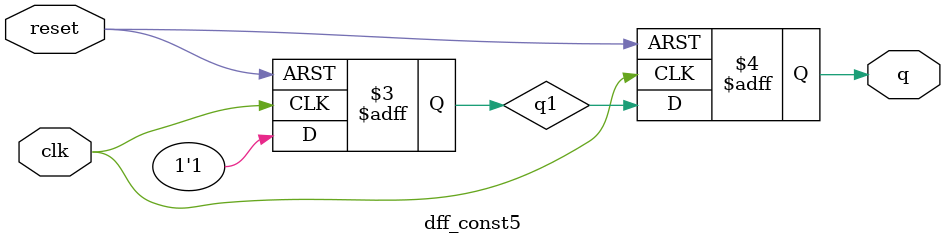
<source format=v>
/* Generated by Yosys 0.57+218 (git sha1 7ebd97216, g++ 13.3.0-6ubuntu2~24.04 -fPIC -O3) */

module dff_const5(clk, reset, q);
  input clk;
  wire clk;
  input reset;
  wire reset;
  output q;
  reg q;
  reg q1;
  always @(posedge clk, posedge reset)
    if (reset) q <= 1'h0;
    else q <= q1;
  always @(posedge clk, posedge reset)
    if (reset) q1 <= 1'h0;
    else q1 <= 1'h1;
endmodule

</source>
